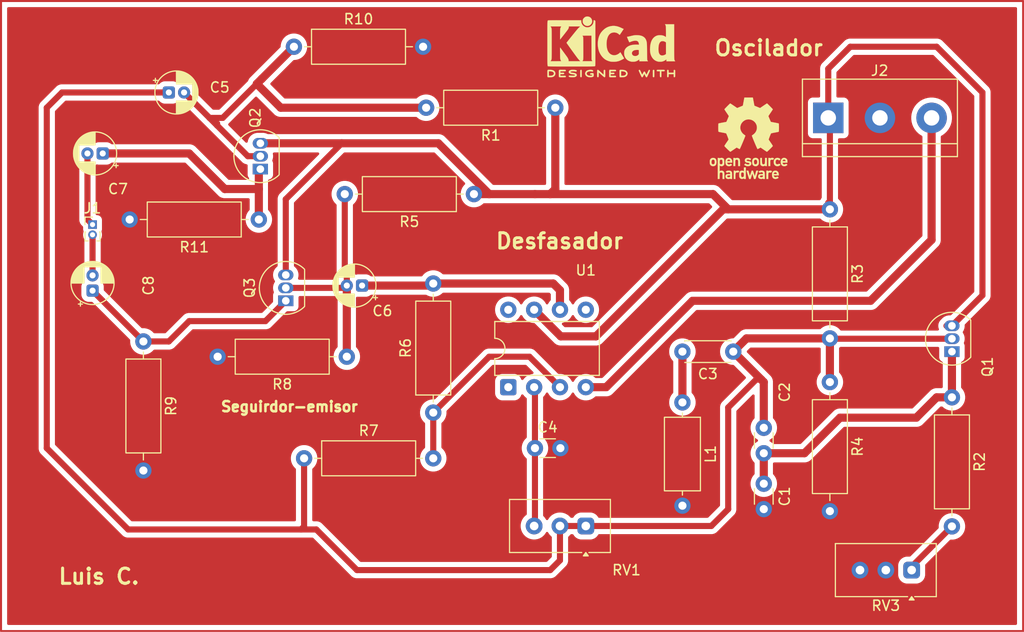
<source format=kicad_pcb>
(kicad_pcb (version 20241229) (generator "pcbnew") (generator_version "9.0")
  (layers (0 "F.Cu" signal) (2 "B.Cu" signal) (13 "F.Paste" user) (15 "B.Paste" user) (5 "F.SilkS" user "F.Silkscreen") (7 "B.SilkS" user "B.Silkscreen") (1 "F.Mask" user) (3 "B.Mask" user) (25 "Edge.Cuts" user))
  (net 0 "")
  (net 1 "Net-(Q1-E)")
  (net 2 "GND")
  (net 3 "sen(wt)")
  (net 4 "Net-(C3-Pad2)")
  (net 5 "Net-(U1--)")
  (net 6 "sen(wt+θ)")
  (net 7 "+12V")
  (net 8 "Net-(R2-Pad2)")
  (net 9 "Net-(U1-+)")
  (net 13 "-12V")
  (net 14 "osc1")
  (net 15 "osc2")
  (net 16 "Net-(Q2-E)")
  (net 17 "Net-(Q2-B)")
  (net 18 "Net-(Q3-E)")
  (net 19 "Net-(Q3-B)")
  (footprint "Potentiometer_THT:Potentiometer_Vishay_T93YA_Vertical" (layer "F.Cu") (at 150.04 97.5 180)
    (property "Reference" "RV3" (at 2.54 -3.5 0) (layer "F.SilkS"))
    (property "Value" "10k")
    (pad "1" thru_hole roundrect (at 0 0 180) (size 1.65 1.65) (drill 0.85) (layers "*.Cu" "*.Mask") (net 8 "Net-(R2-Pad2)"))
    (pad "2" thru_hole circle (at 2.54 0 180) (size 1.65 1.65) (drill 0.85) (layers "*.Cu" "*.Mask") (net 2 "GND"))
    (pad "3" thru_hole circle (at 5.08 0 180) (size 1.65 1.65) (drill 0.85) (layers "*.Cu" "*.Mask") (net 2 "GND"))
  )
  (footprint "Resistor_THT:R_Axial_DIN0309_L9.0mm_D3.2mm_P12.70mm_Horizontal" (layer "F.Cu") (at 115 52 180)
    (property "Reference" "R1" (at 6.35 -2.72 0) (layer "F.SilkS"))
    (property "Value" "220k")
    (pad "1" thru_hole circle (at 0 0 180) (size 1.6 1.6) (drill 0.8) (layers "*.Cu" "*.Mask") (net 7 "+12V"))
    (pad "2" thru_hole circle (at 12.7 0 180) (size 1.6 1.6) (drill 0.8) (layers "*.Cu" "*.Mask") (net 17 "Net-(Q2-B)"))
  )
  (footprint "TerminalBlock:TerminalBlock_bornier-3_P5.08mm" (layer "F.Cu") (at 141.84 53)
    (property "Reference" "J2" (at 5.05 -4.65 0) (layer "F.SilkS"))
    (property "Value" "Fuente")
    (pad "1" thru_hole rect (at 0 0) (size 3 3) (drill 1.52) (layers "*.Cu" "*.Mask") (net 7 "+12V"))
    (pad "2" thru_hole circle (at 5.08 0) (size 3 3) (drill 1.52) (layers "*.Cu" "*.Mask") (net 2 "GND"))
    (pad "3" thru_hole circle (at 10.16 0) (size 3 3) (drill 1.52) (layers "*.Cu" "*.Mask") (net 13 "-12V"))
  )
  (footprint "Symbol:OSHW-Logo_7.5x8mm_SilkScreen" (layer "F.Cu") (at 134 55)
    (property "Reference" "REF**" (hide yes))
    (property "Value" "OSHW-Logo_7.5x8mm_SilkScreen" (hide yes))
  )
  (footprint "Capacitor_THT:C_Disc_D3.0mm_W1.6mm_P2.50mm" (layer "F.Cu") (at 135.5 89 -90)
    (property "Reference" "C1" (at 1.25 -2.05 90) (layer "F.SilkS"))
    (property "Value" "100nF")
    (pad "1" thru_hole circle (at 0 0 270) (size 1.6 1.6) (drill 0.8) (layers "*.Cu" "*.Mask") (net 1 "Net-(Q1-E)"))
    (pad "2" thru_hole circle (at 2.5 0 270) (size 1.6 1.6) (drill 0.8) (layers "*.Cu" "*.Mask") (net 2 "GND"))
  )
  (footprint "Capacitor_THT:C_Disc_D3.0mm_W1.6mm_P2.50mm" (layer "F.Cu") (at 113 85.5)
    (property "Reference" "C4" (at 1.25 -2.05 0) (layer "F.SilkS"))
    (property "Value" "1nF")
    (pad "1" thru_hole circle (at 0 0) (size 1.6 1.6) (drill 0.8) (layers "*.Cu" "*.Mask") (net 5 "Net-(U1--)"))
    (pad "2" thru_hole circle (at 2.5 0) (size 1.6 1.6) (drill 0.8) (layers "*.Cu" "*.Mask") (net 2 "GND"))
  )
  (footprint "Resistor_THT:R_Axial_DIN0309_L9.0mm_D3.2mm_P12.70mm_Horizontal" (layer "F.Cu") (at 74.5 75 -90)
    (property "Reference" "R9" (at 6.35 -2.72 90) (layer "F.SilkS"))
    (property "Value" "220k")
    (pad "1" thru_hole circle (at 0 0 270) (size 1.6 1.6) (drill 0.8) (layers "*.Cu" "*.Mask") (net 18 "Net-(Q3-E)"))
    (pad "2" thru_hole circle (at 12.7 0 270) (size 1.6 1.6) (drill 0.8) (layers "*.Cu" "*.Mask") (net 2 "GND"))
  )
  (footprint "Capacitor_THT:C_Disc_D3.0mm_W1.6mm_P2.50mm" (layer "F.Cu") (at 135.5 83.5 -90)
    (property "Reference" "C2" (at -3.5 -2.05 90) (layer "F.SilkS"))
    (property "Value" "100nF")
    (pad "1" thru_hole circle (at 0 0 270) (size 1.6 1.6) (drill 0.8) (layers "*.Cu" "*.Mask") (net 3 "sen(wt)"))
    (pad "2" thru_hole circle (at 2.5 0 270) (size 1.6 1.6) (drill 0.8) (layers "*.Cu" "*.Mask") (net 1 "Net-(Q1-E)"))
  )
  (footprint "Capacitor_THT:CP_Radial_D4.0mm_P1.50mm" (layer "F.Cu") (at 70.5 56.5 180)
    (property "Reference" "C7" (at -1.5 -3.5 0) (layer "F.SilkS"))
    (property "Value" "10uF")
    (pad "1" thru_hole roundrect (at 0 0 180) (size 1.2 1.2) (drill 0.6) (layers "*.Cu" "*.Mask") (roundrect_rratio 0.208333) (net 16 "Net-(Q2-E)"))
    (pad "2" thru_hole circle (at 1.5 0 180) (size 1.2 1.2) (drill 0.6) (layers "*.Cu" "*.Mask") (net 14 "osc1"))
  )
  (footprint "Capacitor_THT:C_Disc_D4.3mm_W1.9mm_P5.00mm" (layer "F.Cu") (at 132.5 76 180)
    (property "Reference" "C3" (at 2.5 -2.2 0) (layer "F.SilkS"))
    (property "Value" "2.2uF")
    (pad "1" thru_hole circle (at 0 0 180) (size 1.6 1.6) (drill 0.8) (layers "*.Cu" "*.Mask") (net 3 "sen(wt)"))
    (pad "2" thru_hole circle (at 5 0 180) (size 1.6 1.6) (drill 0.8) (layers "*.Cu" "*.Mask") (net 4 "Net-(C3-Pad2)"))
  )
  (footprint "Package_DIP:DIP-8_W7.62mm" (layer "F.Cu") (at 110.38 79.5 90)
    (property "Reference" "U1" (at 11.5 7.62 180) (layer "F.SilkS"))
    (property "Value" "LM741")
    (pad "1" thru_hole roundrect (at 0 0 90) (size 1.6 1.6) (drill 0.8) (layers "*.Cu" "*.Mask") (roundrect_rratio 0.15625))
    (pad "2" thru_hole circle (at 0 2.54 90) (size 1.6 1.6) (drill 0.8) (layers "*.Cu" "*.Mask") (net 5 "Net-(U1--)"))
    (pad "3" thru_hole circle (at 0 5.08 90) (size 1.6 1.6) (drill 0.8) (layers "*.Cu" "*.Mask") (net 9 "Net-(U1-+)"))
    (pad "4" thru_hole circle (at 0 7.62 90) (size 1.6 1.6) (drill 0.8) (layers "*.Cu" "*.Mask") (net 13 "-12V"))
    (pad "5" thru_hole circle (at 7.62 7.62 90) (size 1.6 1.6) (drill 0.8) (layers "*.Cu" "*.Mask"))
    (pad "6" thru_hole circle (at 7.62 5.08 90) (size 1.6 1.6) (drill 0.8) (layers "*.Cu" "*.Mask") (net 6 "sen(wt+θ)"))
    (pad "7" thru_hole circle (at 7.62 2.54 90) (size 1.6 1.6) (drill 0.8) (layers "*.Cu" "*.Mask") (net 7 "+12V"))
    (pad "8" thru_hole circle (at 7.62 0 90) (size 1.6 1.6) (drill 0.8) (layers "*.Cu" "*.Mask"))
  )
  (footprint "Resistor_THT:R_Axial_DIN0309_L9.0mm_D3.2mm_P12.70mm_Horizontal" (layer "F.Cu") (at 89.3 46)
    (property "Reference" "R10" (at 6.35 -2.72 0) (layer "F.SilkS"))
    (property "Value" "220k")
    (pad "1" thru_hole circle (at 0 0) (size 1.6 1.6) (drill 0.8) (layers "*.Cu" "*.Mask") (net 17 "Net-(Q2-B)"))
    (pad "2" thru_hole circle (at 12.7 0) (size 1.6 1.6) (drill 0.8) (layers "*.Cu" "*.Mask") (net 2 "GND"))
  )
  (footprint "Capacitor_THT:CP_Radial_D4.0mm_P1.50mm" (layer "F.Cu") (at 69.5 70 90)
    (property "Reference" "C8" (at 0.5 5.5 90) (layer "F.SilkS"))
    (property "Value" "10uF")
    (pad "1" thru_hole roundrect (at 0 0 90) (size 1.2 1.2) (drill 0.6) (layers "*.Cu" "*.Mask") (roundrect_rratio 0.208333) (net 18 "Net-(Q3-E)"))
    (pad "2" thru_hole circle (at 1.5 0 90) (size 1.2 1.2) (drill 0.6) (layers "*.Cu" "*.Mask") (net 15 "osc2"))
  )
  (footprint "Capacitor_THT:CP_Radial_D4.0mm_P1.50mm" (layer "F.Cu") (at 77 50.5)
    (property "Reference" "C5" (at 5 -0.5 0) (layer "F.SilkS"))
    (property "Value" "0.1uF")
    (pad "1" thru_hole roundrect (at 0 0) (size 1.2 1.2) (drill 0.6) (layers "*.Cu" "*.Mask") (roundrect_rratio 0.208333) (net 3 "sen(wt)"))
    (pad "2" thru_hole circle (at 1.5 0) (size 1.2 1.2) (drill 0.6) (layers "*.Cu" "*.Mask") (net 17 "Net-(Q2-B)"))
  )
  (footprint "Resistor_THT:R_Axial_DIN0309_L9.0mm_D3.2mm_P12.70mm_Horizontal" (layer "F.Cu") (at 107 60.5 180)
    (property "Reference" "R5" (at 6.35 -2.72 0) (layer "F.SilkS"))
    (property "Value" "220k")
    (pad "1" thru_hole circle (at 0 0 180) (size 1.6 1.6) (drill 0.8) (layers "*.Cu" "*.Mask") (net 7 "+12V"))
    (pad "2" thru_hole circle (at 12.7 0 180) (size 1.6 1.6) (drill 0.8) (layers "*.Cu" "*.Mask") (net 19 "Net-(Q3-B)"))
  )
  (footprint "Resistor_THT:R_Axial_DIN0309_L9.0mm_D3.2mm_P12.70mm_Horizontal" (layer "F.Cu") (at 142 79 -90)
    (property "Reference" "R4" (at 6.35 -2.72 90) (layer "F.SilkS"))
    (property "Value" "100k")
    (pad "1" thru_hole circle (at 0 0 270) (size 1.6 1.6) (drill 0.8) (layers "*.Cu" "*.Mask") (net 3 "sen(wt)"))
    (pad "2" thru_hole circle (at 12.7 0 270) (size 1.6 1.6) (drill 0.8) (layers "*.Cu" "*.Mask") (net 2 "GND"))
  )
  (footprint "Package_TO_SOT_THT:TO-92_Inline" (layer "F.Cu") (at 86 58.04 90)
    (property "Reference" "Q2" (at 5.04 -0.5 90) (layer "F.SilkS"))
    (property "Value" "2N3904")
    (pad "1" thru_hole rect (at 0 0 90) (size 1.05 1.5) (drill 0.75) (layers "*.Cu" "*.Mask") (net 16 "Net-(Q2-E)"))
    (pad "2" thru_hole oval (at 1.27 0 90) (size 1.05 1.5) (drill 0.75) (layers "*.Cu" "*.Mask") (net 17 "Net-(Q2-B)"))
    (pad "3" thru_hole oval (at 2.54 0 90) (size 1.05 1.5) (drill 0.75) (layers "*.Cu" "*.Mask") (net 7 "+12V"))
  )
  (footprint "Package_TO_SOT_THT:TO-92_Inline" (layer "F.Cu") (at 154 76 90)
    (property "Reference" "Q1" (at -1.5 3.5 90) (layer "F.SilkS"))
    (property "Value" "2N3904")
    (pad "1" thru_hole rect (at 0 0 90) (size 1.05 1.5) (drill 0.75) (layers "*.Cu" "*.Mask") (net 1 "Net-(Q1-E)"))
    (pad "2" thru_hole oval (at 1.27 0 90) (size 1.05 1.5) (drill 0.75) (layers "*.Cu" "*.Mask") (net 3 "sen(wt)"))
    (pad "3" thru_hole oval (at 2.54 0 90) (size 1.05 1.5) (drill 0.75) (layers "*.Cu" "*.Mask") (net 7 "+12V"))
  )
  (footprint "Package_TO_SOT_THT:TO-92_Inline" (layer "F.Cu") (at 88.5 71 90)
    (property "Reference" "Q3" (at 1.27 -3.56 90) (layer "F.SilkS"))
    (property "Value" "2N3904")
    (pad "1" thru_hole rect (at 0 0 90) (size 1.05 1.5) (drill 0.75) (layers "*.Cu" "*.Mask") (net 18 "Net-(Q3-E)"))
    (pad "2" thru_hole oval (at 1.27 0 90) (size 1.05 1.5) (drill 0.75) (layers "*.Cu" "*.Mask") (net 19 "Net-(Q3-B)"))
    (pad "3" thru_hole oval (at 2.54 0 90) (size 1.05 1.5) (drill 0.75) (layers "*.Cu" "*.Mask") (net 7 "+12V"))
  )
  (footprint "Connector_PinHeader_1.00mm:PinHeader_1x02_P1.00mm_Vertical" (layer "F.Cu") (at 69.5 63.5)
    (property "Reference" "J1" (at 0 -1.61 0) (layer "F.SilkS"))
    (property "Value" "Salida-Oscilador")
    (pad "1" thru_hole rect (at 0 0) (size 0.85 0.85) (drill 0.5) (layers "*.Cu" "*.Mask") (net 14 "osc1"))
    (pad "2" thru_hole circle (at 0 1) (size 0.85 0.85) (drill 0.5) (layers "*.Cu" "*.Mask") (net 15 "osc2"))
  )
  (footprint "Resistor_THT:R_Axial_DIN0309_L9.0mm_D3.2mm_P12.70mm_Horizontal" (layer "F.Cu") (at 142 62 -90)
    (property "Reference" "R3" (at 6.35 -2.72 90) (layer "F.SilkS"))
    (property "Value" "1k")
    (pad "1" thru_hole circle (at 0 0 270) (size 1.6 1.6) (drill 0.8) (layers "*.Cu" "*.Mask") (net 7 "+12V"))
    (pad "2" thru_hole circle (at 12.7 0 270) (size 1.6 1.6) (drill 0.8) (layers "*.Cu" "*.Mask") (net 3 "sen(wt)"))
  )
  (footprint "Resistor_THT:R_Axial_DIN0309_L9.0mm_D3.2mm_P12.70mm_Horizontal" (layer "F.Cu") (at 103 82 90)
    (property "Reference" "R6" (at 6.35 -2.72 90) (layer "F.SilkS"))
    (property "Value" "100k")
    (pad "1" thru_hole circle (at 0 0 90) (size 1.6 1.6) (drill 0.8) (layers "*.Cu" "*.Mask") (net 9 "Net-(U1-+)"))
    (pad "2" thru_hole circle (at 12.7 0 90) (size 1.6 1.6) (drill 0.8) (layers "*.Cu" "*.Mask") (net 6 "sen(wt+θ)"))
  )
  (footprint "Resistor_THT:R_Axial_DIN0309_L9.0mm_D3.2mm_P12.70mm_Horizontal" (layer "F.Cu") (at 154 80.5 -90)
    (property "Reference" "R2" (at 6.35 -2.72 90) (layer "F.SilkS"))
    (property "Value" "100")
    (pad "1" thru_hole circle (at 0 0 270) (size 1.6 1.6) (drill 0.8) (layers "*.Cu" "*.Mask") (net 1 "Net-(Q1-E)"))
    (pad "2" thru_hole circle (at 12.7 0 270) (size 1.6 1.6) (drill 0.8) (layers "*.Cu" "*.Mask") (net 8 "Net-(R2-Pad2)"))
  )
  (footprint "Capacitor_THT:CP_Radial_D4.0mm_P1.50mm" (layer "F.Cu") (at 96 69.5 180)
    (property "Reference" "C6" (at -2 -2.5 0) (layer "F.SilkS"))
    (property "Value" "0.1uF")
    (pad "1" thru_hole roundrect (at 0 0 180) (size 1.2 1.2) (drill 0.6) (layers "*.Cu" "*.Mask") (roundrect_rratio 0.208333) (net 6 "sen(wt+θ)"))
    (pad "2" thru_hole circle (at 1.5 0 180) (size 1.2 1.2) (drill 0.6) (layers "*.Cu" "*.Mask") (net 19 "Net-(Q3-B)"))
  )
  (footprint "Potentiometer_THT:Potentiometer_Vishay_T93YA_Vertical" (layer "F.Cu") (at 118 93.16 180)
    (property "Reference" "RV1" (at -4 -4.34 0) (layer "F.SilkS"))
    (property "Value" "10k")
    (pad "1" thru_hole roundrect (at 0 0 180) (size 1.65 1.65) (drill 0.85) (layers "*.Cu" "*.Mask") (net 3 "sen(wt)"))
    (pad "2" thru_hole circle (at 2.54 0 180) (size 1.65 1.65) (drill 0.85) (layers "*.Cu" "*.Mask") (net 3 "sen(wt)"))
    (pad "3" thru_hole circle (at 5.08 0 180) (size 1.65 1.65) (drill 0.85) (layers "*.Cu" "*.Mask") (net 5 "Net-(U1--)"))
  )
  (footprint "Resistor_THT:R_Axial_DIN0309_L9.0mm_D3.2mm_P12.70mm_Horizontal" (layer "F.Cu") (at 94.5 76.5 180)
    (property "Reference" "R8" (at 6.35 -2.72 0) (layer "F.SilkS"))
    (property "Value" "220k")
    (pad "1" thru_hole circle (at 0 0 180) (size 1.6 1.6) (drill 0.8) (layers "*.Cu" "*.Mask") (net 19 "Net-(Q3-B)"))
    (pad "2" thru_hole circle (at 12.7 0 180) (size 1.6 1.6) (drill 0.8) (layers "*.Cu" "*.Mask") (net 2 "GND"))
  )
  (footprint "Symbol:KiCad-Logo2_5mm_SilkScreen" (layer "F.Cu") (at 120.5 46)
    (property "Reference" "REF**" (hide yes))
    (property "Value" "KiCad-Logo2_5mm_SilkScreen" (hide yes))
  )
  (footprint "Resistor_THT:R_Axial_DIN0309_L9.0mm_D3.2mm_P12.70mm_Horizontal" (layer "F.Cu") (at 85.85 63 180)
    (property "Reference" "R11" (at 6.35 -2.72 0) (layer "F.SilkS"))
    (property "Value" "220k")
    (pad "1" thru_hole circle (at 0 0 180) (size 1.6 1.6) (drill 0.8) (layers "*.Cu" "*.Mask") (net 16 "Net-(Q2-E)"))
    (pad "2" thru_hole circle (at 12.7 0 180) (size 1.6 1.6) (drill 0.8) (layers "*.Cu" "*.Mask") (net 2 "GND"))
  )
  (footprint "Resistor_THT:R_Axial_DIN0309_L9.0mm_D3.2mm_P12.70mm_Horizontal" (layer "F.Cu") (at 90.3 86.5)
    (property "Reference" "R7" (at 6.35 -2.72 0) (layer "F.SilkS"))
    (property "Value" "100k")
    (pad "1" thru_hole circle (at 0 0) (size 1.6 1.6) (drill 0.8) (layers "*.Cu" "*.Mask") (net 3 "sen(wt)"))
    (pad "2" thru_hole circle (at 12.7 0) (size 1.6 1.6) (drill 0.8) (layers "*.Cu" "*.Mask") (net 9 "Net-(U1-+)"))
  )
  (footprint "Inductor_THT:L_Axial_L7.0mm_D3.3mm_P10.16mm_Horizontal_Fastron_MICC" (layer "F.Cu") (at 127.5 81 -90)
    (property "Reference" "L1" (at 5.08 -2.77 90) (layer "F.SilkS"))
    (property "Value" "215uH")
    (pad "1" thru_hole circle (at 0 0 270) (size 1.6 1.6) (drill 0.8) (layers "*.Cu" "*.Mask") (net 4 "Net-(C3-Pad2)"))
    (pad "2" thru_hole circle (at 10.16 0 270) (size 1.6 1.6) (drill 0.8) (layers "*.Cu" "*.Mask") (net 2 "GND"))
  )
  (gr_rect (start 60.5 41.5) (end 161 103.5) (stroke (width 0.2)) (fill no) (layer "F.Cu"))
  (gr_text "Luis C.\n" (at 66 99 0) (layer "F.SilkS") (effects (font (size 1.5 1.5) (thickness 0.3) (bold yes)) (justify left bottom)))
  (gr_text "Seguirdor-emisor" (at 82 82 0) (layer "F.SilkS") (effects (font (size 1 1) (thickness 0.25) (bold yes)) (justify left bottom)))
  (gr_text "Oscilador" (at 130.5 47 0) (layer "F.SilkS") (effects (font (size 1.5 1.5) (thickness 0.3) (bold yes)) (justify left bottom)))
  (gr_text "Desfasador" (at 109 66 0) (layer "F.SilkS") (effects (font (size 1.5 1.5) (thickness 0.3) (bold yes)) (justify left bottom)))
  (segment (start 139.5 86) (end 143 82.5) (width 0.8) (layer "F.Cu") (net 1))
  (segment (start 135.5 86) (end 135.5 89) (width 0.8) (layer "F.Cu") (net 1))
  (segment (start 154 80.5) (end 154 76) (width 0.8) (layer "F.Cu") (net 1))
  (segment (start 135.5 86) (end 139.5 86) (width 0.8) (layer "F.Cu") (net 1))
  (segment (start 143 82.5) (end 150.5 82.5) (width 0.8) (layer "F.Cu") (net 1))
  (segment (start 152.5 80.5) (end 154 80.5) (width 0.8) (layer "F.Cu") (net 1))
  (segment (start 150.5 82.5) (end 152.5 80.5) (width 0.8) (layer "F.Cu") (net 1))
  (segment (start 95.5 97.5) (end 114.5 97.5) (width 0.6) (layer "F.Cu") (net 3))
  (segment (start 142.03 74.73) (end 142 74.7) (width 0.6) (layer "F.Cu") (net 3))
  (segment (start 65 52) (end 65 85.5) (width 0.6) (layer "F.Cu") (net 3))
  (segment (start 114.5 97.5) (end 115.46 96.54) (width 0.6) (layer "F.Cu") (net 3))
  (segment (start 90.3 86.5) (end 90.3 93.2) (width 0.6) (layer "F.Cu") (net 3))
  (segment (start 77 50.5) (end 66.5 50.5) (width 0.6) (layer "F.Cu") (net 3))
  (segment (start 91.5 93.5) (end 95.5 97.5) (width 0.6) (layer "F.Cu") (net 3))
  (segment (start 153.97 74.7) (end 154 74.73) (width 0.6) (layer "F.Cu") (net 3))
  (segment (start 66.5 50.5) (end 65 52) (width 0.6) (layer "F.Cu") (net 3))
  (segment (start 135.25 78.75) (end 132.5 76) (width 0.8) (layer "F.Cu") (net 3))
  (segment (start 154 74.73) (end 142.03 74.73) (width 0.6) (layer "F.Cu") (net 3))
  (segment (start 142 74.7) (end 133.8 74.7) (width 0.8) (layer "F.Cu") (net 3))
  (segment (start 90 93.5) (end 91.5 93.5) (width 0.6) (layer "F.Cu") (net 3))
  (segment (start 73 93.5) (end 90 93.5) (width 0.6) (layer "F.Cu") (net 3))
  (segment (start 132 81.5) (end 134.75 78.75) (width 0.6) (layer "F.Cu") (net 3))
  (segment (start 142 79) (end 142 74.7) (width 0.8) (layer "F.Cu") (net 3))
  (segment (start 135.5 79) (end 135.25 78.75) (width 0.8) (layer "F.Cu") (net 3))
  (segment (start 133.8 74.7) (end 132.5 76) (width 0.8) (layer "F.Cu") (net 3))
  (segment (start 132 91.5) (end 132 81.5) (width 0.6) (layer "F.Cu") (net 3))
  (segment (start 115.46 96.54) (end 115.46 93.16) (width 0.6) (layer "F.Cu") (net 3))
  (segment (start 135.5 83.5) (end 135.5 79) (width 0.8) (layer "F.Cu") (net 3))
  (segment (start 130.34 93.16) (end 132 91.5) (width 0.6) (layer "F.Cu") (net 3))
  (segment (start 65 85.5) (end 73 93.5) (width 0.6) (layer "F.Cu") (net 3))
  (segment (start 118 93.16) (end 130.34 93.16) (width 0.6) (layer "F.Cu") (net 3))
  (segment (start 134.75 78.75) (end 135.25 78.75) (width 0.6) (layer "F.Cu") (net 3))
  (segment (start 118 93.16) (end 115.46 93.16) (width 0.6) (layer "F.Cu") (net 3))
  (segment (start 90.3 93.2) (end 90 93.5) (width 0.6) (layer "F.Cu") (net 3))
  (segment (start 127.5 76) (end 127.5 81) (width 0.8) (layer "F.Cu") (net 4))
  (segment (start 113 93.08) (end 112.92 93.16) (width 0.6) (layer "F.Cu") (net 5))
  (segment (start 112.92 85.58) (end 113 85.5) (width 0.6) (layer "F.Cu") (net 5))
  (segment (start 113 85.5) (end 113 79.58) (width 0.6) (layer "F.Cu") (net 5))
  (segment (start 112.92 85.42) (end 113 85.5) (width 0.6) (layer "F.Cu") (net 5))
  (segment (start 113 85.5) (end 113 93.08) (width 0.6) (layer "F.Cu") (net 5))
  (segment (start 113 79.58) (end 112.92 79.5) (width 0.6) (layer "F.Cu") (net 5))
  (segment (start 115.46 69.96) (end 115.46 71.88) (width 0.8) (layer "F.Cu") (net 6))
  (segment (start 102.8 69.5) (end 103 69.3) (width 0.8) (layer "F.Cu") (net 6))
  (segment (start 103 69.3) (end 114.8 69.3) (width 0.8) (layer "F.Cu") (net 6))
  (segment (start 114.8 69.3) (end 115.46 69.96) (width 0.8) (layer "F.Cu") (net 6))
  (segment (start 96 69.5) (end 102.8 69.5) (width 0.8) (layer "F.Cu") (net 6))
  (segment (start 141.84 61.84) (end 142 62) (width 0.6) (layer "F.Cu") (net 7))
  (segment (start 130.5 60.5) (end 132 62) (width 0.8) (layer "F.Cu") (net 7))
  (segment (start 115.54 74.5) (end 119 74.5) (width 0.8) (layer "F.Cu") (net 7))
  (segment (start 131.5 62) (end 132 62) (width 0.8) (layer "F.Cu") (net 7))
  (segment (start 142 53.16) (end 142 62) (width 0.6) (layer "F.Cu") (net 7))
  (segment (start 115 52) (end 115 60) (width 0.8) (layer "F.Cu") (net 7))
  (segment (start 86 55.5) (end 94 55.5) (width 0.8) (layer "F.Cu") (net 7))
  (segment (start 88.5 61) (end 94 55.5) (width 0.6) (layer "F.Cu") (net 7))
  (segment (start 114.5 60.5) (end 130.5 60.5) (width 0.8) (layer "F.Cu") (net 7))
  (segment (start 94 55.5) (end 103.5 55.5) (width 0.8) (layer "F.Cu") (net 7))
  (segment (start 157 50.5) (end 152.5 46) (width 0.6) (layer "F.Cu") (net 7))
  (segment (start 141.84 53) (end 141.84 48.16) (width 0.6) (layer "F.Cu") (net 7))
  (segment (start 119 74.5) (end 131.5 62) (width 0.8) (layer "F.Cu") (net 7))
  (segment (start 88.5 68.46) (end 88.5 61) (width 0.6) (layer "F.Cu") (net 7))
  (segment (start 107 60.5) (end 108.5 60.5) (width 0.8) (layer "F.Cu") (net 7))
  (segment (start 144 46) (end 152.5 46) (width 0.6) (layer "F.Cu") (net 7))
  (segment (start 115 60) (end 114.5 60.5) (width 0.8) (layer "F.Cu") (net 7))
  (segment (start 141.84 48.16) (end 144 46) (width 0.6) (layer "F.Cu") (net 7))
  (segment (start 154 73.46) (end 153.46 73.46) (width 0.6) (layer "F.Cu") (net 7))
  (segment (start 113 60.5) (end 114.5 60.5) (width 0.8) (layer "F.Cu") (net 7))
  (segment (start 112.92 71.88) (end 115.54 74.5) (width 0.8) (layer "F.Cu") (net 7))
  (segment (start 108.5 60.5) (end 113 60.5) (width 0.8) (layer "F.Cu") (net 7))
  (segment (start 141.84 53) (end 142 53.16) (width 0.6) (layer "F.Cu") (net 7))
  (segment (start 132 62) (end 142 62) (width 0.8) (layer "F.Cu") (net 7))
  (segment (start 142 61.5) (end 141.84 61.34) (width 0.6) (layer "F.Cu") (net 7))
  (segment (start 103.5 55.5) (end 108.5 60.5) (width 0.8) (layer "F.Cu") (net 7))
  (segment (start 157 70.46) (end 157 50.5) (width 0.6) (layer "F.Cu") (net 7))
  (segment (start 154 73.46) (end 157 70.46) (width 0.6) (layer "F.Cu") (net 7))
  (segment (start 142 62) (end 142 61.5) (width 0.6) (layer "F.Cu") (net 7))
  (segment (start 150.04 97.16) (end 154 93.2) (width 0.6) (layer "F.Cu") (net 8))
  (segment (start 150.04 97.5) (end 150.04 97.16) (width 0.6) (layer "F.Cu") (net 8))
  (segment (start 103 86.5) (end 103 82) (width 0.6) (layer "F.Cu") (net 9))
  (segment (start 112.46 76.5) (end 115.46 79.5) (width 0.6) (layer "F.Cu") (net 9))
  (segment (start 103 82) (end 108.5 76.5) (width 0.6) (layer "F.Cu") (net 9))
  (segment (start 108.5 76.5) (end 112.46 76.5) (width 0.6) (layer "F.Cu") (net 9))
  (segment (start 120 79.5) (end 128.5 71) (width 0.8) (layer "F.Cu") (net 13))
  (segment (start 152 65) (end 152 53) (width 0.8) (layer "F.Cu") (net 13))
  (segment (start 146 71) (end 152 65) (width 0.8) (layer "F.Cu") (net 13))
  (segment (start 128.5 71) (end 146 71) (width 0.8) (layer "F.Cu") (net 13))
  (segment (start 118 79.5) (end 120 79.5) (width 0.8) (layer "F.Cu") (net 13))
  (segment (start 69 63) (end 69 56.5) (width 0.6) (layer "F.Cu") (net 14))
  (segment (start 69.5 63.5) (end 69 63) (width 0.6) (layer "F.Cu") (net 14))
  (segment (start 69.5 68.5) (end 69.5 64.5) (width 0.6) (layer "F.Cu") (net 15))
  (segment (start 85.85 60) (end 85.85 58.19) (width 0.8) (layer "F.Cu") (net 16))
  (segment (start 85.85 58.19) (end 86 58.04) (width 0.8) (layer "F.Cu") (net 16))
  (segment (start 79 56.5) (end 82.5 60) (width 0.8) (layer "F.Cu") (net 16))
  (segment (start 82.5 60) (end 85.85 60) (width 0.8) (layer "F.Cu") (net 16))
  (segment (start 70.5 56.5) (end 79 56.5) (width 0.8) (layer "F.Cu") (net 16))
  (segment (start 85.85 63) (end 85.85 60) (width 0.8) (layer "F.Cu") (net 16))
  (segment (start 84.77 56.77) (end 81.75 53.75) (width 0.6) (layer "F.Cu") (net 17))
  (segment (start 89.3 46) (end 86.15 49.15) (width 0.8) (layer "F.Cu") (net 17))
  (segment (start 102.3 52) (end 88 52) (width 0.8) (layer "F.Cu") (net 17))
  (segment (start 88 52) (end 85.65 49.65) (width 0.8) (layer "F.Cu") (net 17))
  (segment (start 86 56.77) (end 84.77 56.77) (width 0.6) (layer "F.Cu") (net 17))
  (segment (start 81 53) (end 82.3 53) (width 0.6) (layer "F.Cu") (net 17))
  (segment (start 81 53) (end 78.5 50.5) (width 0.6) (layer "F.Cu") (net 17))
  (segment (start 82.3 53) (end 86.15 49.15) (width 0.6) (layer "F.Cu") (net 17))
  (segment (start 81.75 53.75) (end 81 53) (width 0.6) (layer "F.Cu") (net 17))
  (segment (start 86.15 49.15) (end 85.65 49.65) (width 0.8) (layer "F.Cu") (net 17))
  (segment (start 81.75 53.55) (end 81.75 53.75) (width 0.6) (layer "F.Cu") (net 17))
  (segment (start 77 75) (end 79 73) (width 0.6) (layer "F.Cu") (net 18))
  (segment (start 74.5 75) (end 77 75) (width 0.6) (layer "F.Cu") (net 18))
  (segment (start 79 73) (end 86.5 73) (width 0.6) (layer "F.Cu") (net 18))
  (segment (start 86.5 73) (end 88.5 71) (width 0.6) (layer "F.Cu") (net 18))
  (segment (start 74.5 75) (end 69.5 70) (width 0.6) (layer "F.Cu") (net 18))
  (segment (start 94.5 76.5) (end 94.5 69.5) (width 0.8) (layer "F.Cu") (net 19))
  (segment (start 88.5 69.73) (end 94.27 69.73) (width 0.6) (layer "F.Cu") (net 19))
  (segment (start 94.5 69.5) (end 94.5 68.5) (width 0.6) (layer "F.Cu") (net 19))
  (segment (start 94.27 69.73) (end 94.5 69.5) (width 0.6) (layer "F.Cu") (net 19))
  (segment (start 94.5 68.5) (end 94.3 68.3) (width 0.6) (layer "F.Cu") (net 19))
  (segment (start 94.5 60.7) (end 94.3 60.5) (width 0.8) (layer "F.Cu") (net 19))
  (segment (start 94.3 68.3) (end 94.3 60.5) (width 0.6) (layer "F.Cu") (net 19))
  (zone (net 2) (net_name "GND") (layer "F.Cu") (connect_pads yes (clearance 0.5)) (min_thickness 0.25) (fill yes (thermal_gap 0.5) (thermal_bridge_width 0.5) (island_removal_mode 1) (island_area_min 10))
    (polygon (pts (xy 60.5 41.5) (xy 161 41.5) (xy 161 103.5) (xy 60.5 103.5)))
  )
)
</source>
